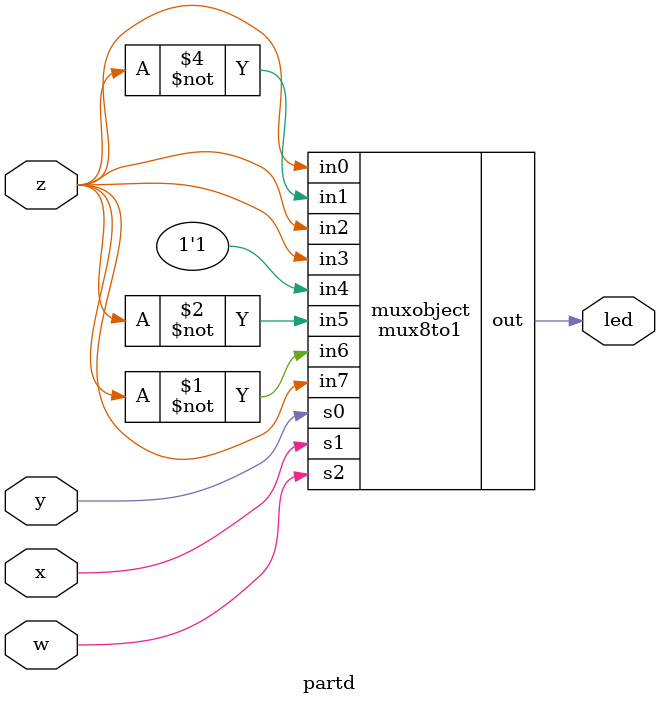
<source format=sv>
`timescale 1ns / 1ps


module mux4to1(output logic out,
               input logic in3,in2,in1,in0,s1,s0,en);
   assign out = en & (s1 ? (s0 ? in3 : in2) : (s0 ? in1 : in0));
endmodule

module mux8to1(output logic out,
               input logic in7,in6,in5,in4,in3,in2,in1,in0,s2,s1,s0);
   logic y1,y2;
   
   mux4to1 mux1(y1,in3,in2,in1,in0,s1,s0,~s2);
   mux4to1 mux2(y2,in7,in6,in5,in4,s1,s0,s2);
   or or1 (out,y1,y2);
endmodule

module partd(output logic led,
             input logic w,x,y,z);
   mux8to1 muxobject(led,z,~z,~z,1,z,z,~z,z,w,x,y);
endmodule

</source>
